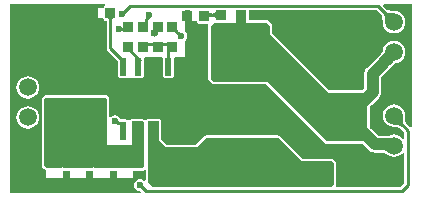
<source format=gtl>
G04*
G04 #@! TF.GenerationSoftware,Altium Limited,Altium Designer,20.0.7 (75)*
G04*
G04 Layer_Physical_Order=1*
G04 Layer_Color=255*
%FSLAX44Y44*%
%MOMM*%
G71*
G01*
G75*
%ADD12C,0.2540*%
G04:AMPARAMS|DCode=16|XSize=0.9mm|YSize=0.8mm|CornerRadius=0.06mm|HoleSize=0mm|Usage=FLASHONLY|Rotation=90.000|XOffset=0mm|YOffset=0mm|HoleType=Round|Shape=RoundedRectangle|*
%AMROUNDEDRECTD16*
21,1,0.9000,0.6800,0,0,90.0*
21,1,0.7800,0.8000,0,0,90.0*
1,1,0.1200,0.3400,0.3900*
1,1,0.1200,0.3400,-0.3900*
1,1,0.1200,-0.3400,-0.3900*
1,1,0.1200,-0.3400,0.3900*
%
%ADD16ROUNDEDRECTD16*%
%ADD17R,4.1000X4.1000*%
%ADD18R,2.5000X1.7000*%
G04:AMPARAMS|DCode=19|XSize=0.95mm|YSize=1.4mm|CornerRadius=0.0712mm|HoleSize=0mm|Usage=FLASHONLY|Rotation=90.000|XOffset=0mm|YOffset=0mm|HoleType=Round|Shape=RoundedRectangle|*
%AMROUNDEDRECTD19*
21,1,0.9500,1.2575,0,0,90.0*
21,1,0.8075,1.4000,0,0,90.0*
1,1,0.1425,0.6288,0.4037*
1,1,0.1425,0.6288,-0.4037*
1,1,0.1425,-0.6288,-0.4037*
1,1,0.1425,-0.6288,0.4037*
%
%ADD19ROUNDEDRECTD19*%
%ADD20R,3.2000X2.4000*%
G04:AMPARAMS|DCode=21|XSize=0.5334mm|YSize=1.5mm|CornerRadius=0.0667mm|HoleSize=0mm|Usage=FLASHONLY|Rotation=0.000|XOffset=0mm|YOffset=0mm|HoleType=Round|Shape=RoundedRectangle|*
%AMROUNDEDRECTD21*
21,1,0.5334,1.3667,0,0,0.0*
21,1,0.4001,1.5000,0,0,0.0*
1,1,0.1333,0.2000,-0.6833*
1,1,0.1333,-0.2000,-0.6833*
1,1,0.1333,-0.2000,0.6833*
1,1,0.1333,0.2000,0.6833*
%
%ADD21ROUNDEDRECTD21*%
G04:AMPARAMS|DCode=22|XSize=0.8mm|YSize=0.9mm|CornerRadius=0.06mm|HoleSize=0mm|Usage=FLASHONLY|Rotation=180.000|XOffset=0mm|YOffset=0mm|HoleType=Round|Shape=RoundedRectangle|*
%AMROUNDEDRECTD22*
21,1,0.8000,0.7800,0,0,180.0*
21,1,0.6800,0.9000,0,0,180.0*
1,1,0.1200,-0.3400,0.3900*
1,1,0.1200,0.3400,0.3900*
1,1,0.1200,0.3400,-0.3900*
1,1,0.1200,-0.3400,-0.3900*
%
%ADD22ROUNDEDRECTD22*%
G04:AMPARAMS|DCode=23|XSize=0.9mm|YSize=0.8mm|CornerRadius=0.06mm|HoleSize=0mm|Usage=FLASHONLY|Rotation=0.000|XOffset=0mm|YOffset=0mm|HoleType=Round|Shape=RoundedRectangle|*
%AMROUNDEDRECTD23*
21,1,0.9000,0.6800,0,0,0.0*
21,1,0.7800,0.8000,0,0,0.0*
1,1,0.1200,0.3900,-0.3400*
1,1,0.1200,-0.3900,-0.3400*
1,1,0.1200,-0.3900,0.3400*
1,1,0.1200,0.3900,0.3400*
%
%ADD23ROUNDEDRECTD23*%
%ADD37C,1.0000*%
%ADD38C,0.8000*%
%ADD39C,3.0000*%
%ADD40R,3.0000X3.0000*%
%ADD41C,1.5000*%
%ADD42R,1.5000X1.5000*%
%ADD43C,0.6000*%
G36*
X173014Y148460D02*
X172988Y148701D01*
X172911Y148917D01*
X172783Y149108D01*
X172603Y149273D01*
X172371Y149412D01*
X172089Y149527D01*
X171754Y149616D01*
X171369Y149679D01*
X170932Y149717D01*
X170444Y149730D01*
Y152270D01*
X170932Y152283D01*
X171369Y152321D01*
X171754Y152384D01*
X172089Y152473D01*
X172371Y152587D01*
X172603Y152727D01*
X172783Y152892D01*
X172911Y153083D01*
X172988Y153299D01*
X173014Y153540D01*
Y148460D01*
D02*
G37*
G36*
X167512Y153299D02*
X167589Y153083D01*
X167717Y152892D01*
X167897Y152727D01*
X168129Y152587D01*
X168411Y152473D01*
X168745Y152384D01*
X169131Y152321D01*
X169568Y152283D01*
X170056Y152270D01*
Y149730D01*
X169568Y149717D01*
X169131Y149679D01*
X168745Y149616D01*
X168411Y149527D01*
X168129Y149412D01*
X167897Y149273D01*
X167717Y149108D01*
X167589Y148917D01*
X167512Y148701D01*
X167486Y148460D01*
Y153540D01*
X167512Y153299D01*
D02*
G37*
G36*
X86299Y147988D02*
X86083Y147911D01*
X85892Y147783D01*
X85727Y147603D01*
X85588Y147371D01*
X85473Y147089D01*
X85384Y146755D01*
X85321Y146369D01*
X85283Y145932D01*
X85270Y145444D01*
X82730D01*
X82717Y145932D01*
X82679Y146369D01*
X82616Y146755D01*
X82527Y147089D01*
X82413Y147371D01*
X82273Y147603D01*
X82108Y147783D01*
X81917Y147911D01*
X81701Y147988D01*
X81460Y148014D01*
X86540D01*
X86299Y147988D01*
D02*
G37*
G36*
X316899Y153953D02*
X317383Y153638D01*
X317941Y153362D01*
X318573Y153123D01*
X319280Y152923D01*
X320060Y152762D01*
X320915Y152639D01*
X322848Y152508D01*
X323925Y152500D01*
X316500Y145075D01*
X316492Y146152D01*
X316361Y148085D01*
X316238Y148940D01*
X316077Y149720D01*
X315877Y150427D01*
X315638Y151059D01*
X315362Y151617D01*
X315047Y152101D01*
X314693Y152511D01*
X316489Y154307D01*
X316899Y153953D01*
D02*
G37*
G36*
X198540Y147444D02*
X198565Y147164D01*
X198836D01*
X198772Y147058D01*
X198715Y146794D01*
X198665Y146373D01*
X198652Y146169D01*
X198660Y146079D01*
X198860Y144874D01*
X198960Y144500D01*
X216500D01*
X219000Y142000D01*
X219000Y134500D01*
X268500Y85000D01*
X298000Y85000D01*
X301500Y81500D01*
Y79406D01*
X303964Y76892D01*
X303020Y75871D01*
X302175Y74795D01*
X301500Y73770D01*
X301500Y55813D01*
X301725Y55413D01*
X302481Y54287D01*
X303328Y53217D01*
X304267Y52204D01*
X301500Y49084D01*
Y46500D01*
X299000Y44000D01*
X267000Y44000D01*
X216500Y94500D01*
X171500D01*
X169000Y97000D01*
X169000Y142000D01*
X171500Y144500D01*
X190040D01*
X190140Y144874D01*
X190235Y145446D01*
X190164Y147164D01*
X190435D01*
X190460Y147444D01*
X190500Y148969D01*
X198500D01*
X198540Y147444D01*
D02*
G37*
G36*
X339000Y56511D02*
X337730Y55985D01*
X334235Y59480D01*
X334232Y59484D01*
X334061Y59749D01*
X333895Y60095D01*
X333743Y60527D01*
X333614Y61050D01*
X333514Y61665D01*
X333452Y62341D01*
X333444Y64057D01*
X333507Y65027D01*
X333493Y65130D01*
X333582Y65799D01*
X333255Y68279D01*
X332298Y70590D01*
X330775Y72575D01*
X328791Y74097D01*
X326480Y75055D01*
X324000Y75381D01*
X321520Y75055D01*
X319209Y74097D01*
X317224Y72575D01*
X315701Y70590D01*
X314744Y68279D01*
X314418Y65799D01*
X314744Y63319D01*
X315701Y61008D01*
X317224Y59024D01*
X319209Y57501D01*
X321520Y56544D01*
X323210Y56321D01*
X323346Y56283D01*
X323749Y56250D01*
X324000Y56217D01*
X324060Y56225D01*
X324425Y56196D01*
X325363Y56090D01*
X327050Y55796D01*
X327706Y55631D01*
X328285Y55446D01*
X328761Y55253D01*
X329134Y55062D01*
X329394Y54891D01*
X332666Y51619D01*
Y46798D01*
X331396Y46367D01*
X330775Y47175D01*
X328791Y48698D01*
X326480Y49655D01*
X324000Y49982D01*
X321520Y49655D01*
X319209Y48698D01*
X318843Y48417D01*
X310968D01*
X305357Y54028D01*
X304877Y54545D01*
X304129Y55490D01*
X303539Y56369D01*
X303539Y73159D01*
X303832Y73603D01*
X304573Y74548D01*
X305067Y75082D01*
X310992Y81008D01*
X312115Y82470D01*
X312820Y84173D01*
X313060Y86000D01*
Y98476D01*
X323022Y108437D01*
X324433Y109806D01*
X324794Y110123D01*
X326480Y110345D01*
X328791Y111303D01*
X330776Y112825D01*
X332299Y114810D01*
X333256Y117121D01*
X333582Y119601D01*
X333256Y122081D01*
X332299Y124392D01*
X330776Y126376D01*
X328791Y127899D01*
X326480Y128856D01*
X324000Y129183D01*
X321520Y128856D01*
X319209Y127899D01*
X317225Y126376D01*
X315702Y124392D01*
X314745Y122081D01*
X314485Y120107D01*
X312659Y118045D01*
X301008Y106393D01*
X299886Y104931D01*
X299180Y103228D01*
X298940Y101400D01*
Y88925D01*
X297054Y87039D01*
X269345Y87039D01*
X221039Y135345D01*
X221039Y142000D01*
X220884Y142780D01*
X220442Y143442D01*
X220442Y143442D01*
X217942Y145942D01*
X217280Y146384D01*
X216500Y146539D01*
X202135D01*
X201051Y147600D01*
Y154400D01*
X201491Y154936D01*
X309349D01*
X313415Y150870D01*
X313588Y150604D01*
X313766Y150245D01*
X313938Y149789D01*
X314094Y149236D01*
X314228Y148588D01*
X314332Y147870D01*
X314454Y146076D01*
X314459Y145314D01*
X314418Y145000D01*
X314744Y142520D01*
X315702Y140209D01*
X317225Y138224D01*
X319209Y136702D01*
X321520Y135744D01*
X324000Y135418D01*
X326480Y135744D01*
X328791Y136702D01*
X330775Y138224D01*
X332298Y140209D01*
X333255Y142520D01*
X333582Y145000D01*
X333255Y147480D01*
X332298Y149791D01*
X330775Y151775D01*
X328791Y153298D01*
X326480Y154255D01*
X324000Y154582D01*
X323686Y154541D01*
X322924Y154546D01*
X321130Y154668D01*
X320412Y154771D01*
X319764Y154906D01*
X319212Y155062D01*
X318755Y155234D01*
X318395Y155412D01*
X318130Y155585D01*
X314888Y158827D01*
X315374Y160000D01*
X339000D01*
Y56511D01*
D02*
G37*
G36*
X324067Y112101D02*
X323978Y112069D01*
X323833Y111973D01*
X323629Y111814D01*
X323049Y111305D01*
X320593Y108922D01*
X313343Y115814D01*
X313945Y116421D01*
X316474Y119277D01*
X316504Y119384D01*
X324067Y112101D01*
D02*
G37*
G36*
X92702Y60433D02*
X92332Y57635D01*
X92324Y57696D01*
X92281Y57752D01*
X92204Y57800D01*
X92093Y57843D01*
X91947Y57879D01*
X91768Y57908D01*
X91554Y57931D01*
X91023Y57957D01*
X90706Y57960D01*
Y60500D01*
X92702Y60433D01*
D02*
G37*
G36*
X331404Y64119D02*
X331413Y62243D01*
X331489Y61407D01*
X331614Y60641D01*
X331787Y59943D01*
X332008Y59313D01*
X332277Y58752D01*
X332595Y58260D01*
X332960Y57836D01*
X331026Y56178D01*
X330634Y56516D01*
X330162Y56827D01*
X329610Y57109D01*
X328979Y57365D01*
X328267Y57592D01*
X327475Y57792D01*
X325652Y58109D01*
X324621Y58226D01*
X323510Y58315D01*
X331472Y65160D01*
X331404Y64119D01*
D02*
G37*
G36*
X319357Y46290D02*
X318018Y35876D01*
X317904Y35967D01*
X317708Y36049D01*
X317430Y36121D01*
X317070Y36184D01*
X316628Y36237D01*
X314807Y36337D01*
X313183Y36357D01*
X314943Y46357D01*
X319357Y46290D01*
D02*
G37*
G36*
X80000Y81000D02*
X81000Y80000D01*
X81000Y42000D01*
X82000Y41000D01*
X101000Y41000D01*
X102000Y42000D01*
X102000Y61000D01*
X111102Y61000D01*
X112000Y60102D01*
X112000Y22000D01*
X111000Y21000D01*
X103500D01*
Y22000D01*
X89500D01*
Y21000D01*
X83500D01*
Y22000D01*
X69500D01*
Y21000D01*
X63500D01*
Y22000D01*
X49500D01*
Y21000D01*
X43500D01*
Y22000D01*
X29500D01*
Y22000D01*
X29251Y21955D01*
X28000Y23017D01*
Y80000D01*
X29000Y81000D01*
X80000Y81000D01*
D02*
G37*
G36*
X79378Y159461D02*
X79407Y158730D01*
X78726Y158274D01*
X78151Y157415D01*
X78068Y157000D01*
X73000D01*
Y148000D01*
X78068D01*
X78151Y147585D01*
X78726Y146726D01*
X79585Y146151D01*
X80600Y145949D01*
X80666D01*
Y122784D01*
X80920Y121508D01*
X81643Y120426D01*
X90232Y111837D01*
Y100167D01*
X90438Y99126D01*
X91028Y98244D01*
X91910Y97655D01*
X92951Y97448D01*
X96951D01*
X97992Y97655D01*
X98450Y97961D01*
X104152D01*
X104610Y97655D01*
X105651Y97448D01*
X109651D01*
X110692Y97655D01*
X111574Y98244D01*
X112163Y99126D01*
X112370Y100167D01*
Y113833D01*
X113441Y114961D01*
X127261D01*
X128332Y113833D01*
Y100167D01*
X128539Y99126D01*
X129128Y98244D01*
X130010Y97655D01*
X131051Y97448D01*
X135051D01*
X136092Y97655D01*
X136974Y98244D01*
X137563Y99126D01*
X137770Y100167D01*
Y113833D01*
X138841Y114961D01*
X145250D01*
X146030Y115116D01*
X146692Y115558D01*
X147134Y116220D01*
X147289Y117000D01*
Y129184D01*
X147604Y129395D01*
X148709Y131049D01*
X149097Y133000D01*
X148709Y134951D01*
X147604Y136604D01*
X147289Y136815D01*
Y154936D01*
X151411D01*
X152500Y154500D01*
Y145500D01*
X157568D01*
X157651Y145085D01*
X158225Y144226D01*
X159086Y143651D01*
X160100Y143449D01*
X166053D01*
X166229Y143338D01*
X167005Y142223D01*
X166961Y142000D01*
X166961Y97000D01*
X167116Y96220D01*
X167558Y95558D01*
X170058Y93058D01*
X170058Y93058D01*
X170720Y92616D01*
X171500Y92461D01*
X215655D01*
X265558Y42558D01*
X266220Y42116D01*
X267000Y41961D01*
X297454Y41961D01*
X303051Y36364D01*
X304513Y35242D01*
X306216Y34537D01*
X308043Y34296D01*
X314787D01*
X316450Y34204D01*
X316774Y34165D01*
X316815Y34158D01*
X317225Y33624D01*
X319209Y32102D01*
X321520Y31144D01*
X324000Y30818D01*
X326480Y31144D01*
X328791Y32102D01*
X330775Y33624D01*
X331396Y34433D01*
X332666Y34002D01*
Y8381D01*
X329349Y5064D01*
X275639D01*
X274934Y6143D01*
X274907Y6334D01*
X275039Y7000D01*
X275039Y26000D01*
X275039Y26000D01*
X274884Y26780D01*
X274442Y27442D01*
X274442Y27442D01*
X273442Y28442D01*
X272780Y28884D01*
X272000Y29039D01*
X246845D01*
X227442Y48442D01*
X226780Y48884D01*
X226000Y49039D01*
X165000D01*
X164220Y48884D01*
X163558Y48442D01*
X156155Y41039D01*
X131845D01*
X127039Y45845D01*
X127039Y61000D01*
X126884Y61780D01*
X126442Y62442D01*
X125780Y62884D01*
X125000Y63039D01*
X116000D01*
X115220Y62884D01*
X114558Y62442D01*
X114451Y62281D01*
X114388Y62235D01*
X113083Y62036D01*
X112905Y62080D01*
X112544Y62442D01*
X111882Y62884D01*
X111102Y63039D01*
X102000Y63039D01*
X101220Y62884D01*
X100558Y62442D01*
X100250Y61982D01*
X99167Y61762D01*
X98874Y61756D01*
X97992Y62345D01*
X96951Y62552D01*
X93613D01*
X93554Y62564D01*
X92787D01*
X92710Y62951D01*
X91605Y64605D01*
X89951Y65710D01*
X88000Y66098D01*
X86049Y65710D01*
X84395Y64605D01*
X84309Y64476D01*
X83039Y64861D01*
Y80000D01*
X82884Y80780D01*
X82718Y81030D01*
X82442Y81442D01*
X82442Y81442D01*
X81442Y82442D01*
X81442Y82442D01*
X80780Y82884D01*
X80000Y83039D01*
X29000Y83039D01*
X29000Y83039D01*
X28220Y82884D01*
X27558Y82442D01*
X27558Y82442D01*
X26558Y81442D01*
X26116Y80780D01*
X25961Y80000D01*
Y23017D01*
X25977Y22935D01*
X25968Y22851D01*
X26054Y22547D01*
X26116Y22237D01*
X26163Y22167D01*
X26186Y22086D01*
X26382Y21838D01*
X26558Y21575D01*
X26628Y21529D01*
X26680Y21463D01*
X27932Y20400D01*
X28019Y20352D01*
X28089Y20279D01*
X28365Y20159D01*
X28627Y20014D01*
X28727Y20002D01*
X28819Y19962D01*
X29119Y19957D01*
X29417Y19922D01*
X29500Y19860D01*
Y13000D01*
X43500D01*
Y18961D01*
X49500D01*
Y13000D01*
X63500D01*
Y18961D01*
X69500D01*
Y13000D01*
X83500D01*
Y18961D01*
X89500D01*
Y13000D01*
X103500D01*
Y18961D01*
X111000D01*
X111780Y19116D01*
X112442Y19558D01*
X112691Y19807D01*
X113961Y19281D01*
Y10861D01*
X112691Y10476D01*
X112605Y10605D01*
X110951Y11710D01*
X109000Y12098D01*
X107049Y11710D01*
X105395Y10605D01*
X104290Y8951D01*
X103902Y7000D01*
X104290Y5049D01*
X105395Y3395D01*
X107049Y2290D01*
X109000Y1902D01*
X109180Y1938D01*
X109208Y1929D01*
X110098Y1141D01*
X109626Y0D01*
X-1000D01*
Y160000D01*
X79196D01*
X79378Y159461D01*
D02*
G37*
G36*
X125000Y45000D02*
X131000Y39000D01*
X157000D01*
X165000Y47000D01*
X226000D01*
X246000Y27000D01*
X272000D01*
X273000Y26000D01*
X273000Y7000D01*
X271064Y5064D01*
X119936D01*
X116000Y9000D01*
Y61000D01*
X125000D01*
X125000Y45000D01*
D02*
G37*
G36*
X112009Y6738D02*
X112040Y6507D01*
X112093Y6278D01*
X112169Y6050D01*
X112267Y5822D01*
X112388Y5596D01*
X112530Y5371D01*
X112696Y5148D01*
X112883Y4925D01*
X113093Y4703D01*
X111297Y2907D01*
X111075Y3117D01*
X110852Y3304D01*
X110629Y3470D01*
X110404Y3612D01*
X110178Y3733D01*
X109951Y3831D01*
X109722Y3907D01*
X109493Y3960D01*
X109262Y3991D01*
X109030Y4000D01*
X112000Y6970D01*
X112009Y6738D01*
D02*
G37*
%LPC*%
G36*
X14000Y99182D02*
X11520Y98855D01*
X9209Y97898D01*
X7225Y96375D01*
X5702Y94391D01*
X4744Y92080D01*
X4418Y89600D01*
X4744Y87120D01*
X5702Y84809D01*
X7225Y82824D01*
X9209Y81302D01*
X11520Y80344D01*
X14000Y80018D01*
X16480Y80344D01*
X18791Y81302D01*
X20775Y82824D01*
X22298Y84809D01*
X23256Y87120D01*
X23582Y89600D01*
X23256Y92080D01*
X22298Y94391D01*
X20775Y96375D01*
X18791Y97898D01*
X16480Y98855D01*
X14000Y99182D01*
D02*
G37*
G36*
X14000Y73783D02*
X11520Y73456D01*
X9209Y72499D01*
X7225Y70976D01*
X5702Y68992D01*
X4745Y66681D01*
X4418Y64201D01*
X4745Y61721D01*
X5702Y59410D01*
X7225Y57425D01*
X9209Y55903D01*
X11520Y54945D01*
X14000Y54619D01*
X16480Y54945D01*
X18791Y55903D01*
X20776Y57425D01*
X22299Y59410D01*
X23256Y61721D01*
X23582Y64201D01*
X23256Y66681D01*
X22299Y68992D01*
X20776Y70976D01*
X18791Y72499D01*
X16480Y73456D01*
X14000Y73783D01*
D02*
G37*
%LPD*%
D12*
X114270Y1730D02*
X330730D01*
X324000Y65000D02*
X336000Y53000D01*
Y7000D02*
Y53000D01*
X324000Y65000D02*
Y65799D01*
X330730Y1730D02*
X336000Y7000D01*
X109000Y7000D02*
X114270Y1730D01*
X310730Y158270D02*
X324000Y145000D01*
X111500Y141000D02*
X114230Y143730D01*
X116500Y149794D02*
Y150730D01*
X114230Y143730D02*
Y147524D01*
X116500Y149794D01*
X94000Y152000D02*
X100270Y158270D01*
X310730D01*
X94000Y152000D02*
X94000D01*
X164500Y151000D02*
X177500D01*
X163500Y150000D02*
X164500Y151000D01*
X97000Y139000D02*
X99000Y141000D01*
X91000Y139000D02*
X97000D01*
X125500Y32500D02*
X193000D01*
X94951Y53000D02*
Y57833D01*
X93554Y59230D02*
X94951Y57833D01*
X90706Y59230D02*
X93554D01*
X88936Y61000D02*
X90706Y59230D01*
X88000Y61000D02*
X88936D01*
X136500Y141000D02*
X139230Y138270D01*
X140782Y135614D02*
X143396Y133000D01*
X139230Y137102D02*
Y138270D01*
X124000Y126500D02*
X133000D01*
X133025Y126475D01*
Y107025D02*
Y126475D01*
X139230Y137102D02*
X140718Y135614D01*
X143396Y133000D02*
X144000D01*
X140718Y135614D02*
X140782D01*
X122162Y135000D02*
Y139162D01*
X121000Y135000D02*
X122162D01*
X121000Y134000D02*
Y135000D01*
X122162Y139162D02*
X124000Y141000D01*
X84000Y122784D02*
Y152500D01*
X94951Y107000D02*
Y111833D01*
X84000Y122784D02*
X94951Y111833D01*
X107651Y111151D02*
X109000Y112500D01*
X107651Y107000D02*
Y111151D01*
X99000Y122500D02*
X109000Y112500D01*
X99000Y122500D02*
Y126500D01*
X111500Y126500D02*
X124000D01*
X133025Y107025D02*
X133051Y107000D01*
X119351Y38649D02*
X125500Y32500D01*
D16*
X111500Y141000D02*
D03*
Y124000D02*
D03*
X124000Y141000D02*
D03*
Y124000D02*
D03*
X136500Y141000D02*
D03*
Y124000D02*
D03*
X99000Y141000D02*
D03*
Y124000D02*
D03*
D17*
X193000Y120500D02*
D03*
Y25500D02*
D03*
D18*
X259000Y17500D02*
D03*
X299000D02*
D03*
D19*
X36500Y8250D02*
D03*
Y26750D02*
D03*
X56500Y8250D02*
D03*
Y26750D02*
D03*
X76500Y8250D02*
D03*
Y26750D02*
D03*
X96500Y8250D02*
D03*
Y26750D02*
D03*
D20*
X114000Y80000D02*
D03*
D21*
X133051Y107000D02*
D03*
X120351D02*
D03*
X107651D02*
D03*
X94951D02*
D03*
Y53000D02*
D03*
X133051D02*
D03*
X120351D02*
D03*
X107651D02*
D03*
D22*
X69000Y152500D02*
D03*
X84000D02*
D03*
X163500Y150000D02*
D03*
X148500D02*
D03*
D23*
X177500Y151000D02*
D03*
X194500D02*
D03*
D37*
X284200Y64200D02*
X306000Y86000D01*
X284000Y64000D02*
X284200Y64200D01*
X323043Y41357D02*
X323443D01*
X308043D02*
X323043D01*
X284200Y64200D02*
X284800D01*
X284000D02*
X284200D01*
X306000Y86000D02*
Y101400D01*
X324000Y119401D01*
X285200Y64200D02*
X308043Y41357D01*
X323043D02*
X324000Y40400D01*
D38*
X194500Y120000D02*
Y151000D01*
X194000Y119500D02*
X194500Y120000D01*
D39*
X284000Y64200D02*
D03*
X46500D02*
D03*
D40*
X284000Y115000D02*
D03*
X46500D02*
D03*
D41*
X324000Y40400D02*
D03*
X324000Y65799D02*
D03*
X324000Y119601D02*
D03*
X324000Y145000D02*
D03*
X14000Y89600D02*
D03*
X14000Y64201D02*
D03*
D42*
X324000Y15000D02*
D03*
X324000Y94201D02*
D03*
X14000Y115000D02*
D03*
D43*
X309890Y124140D02*
D03*
X299890Y144140D02*
D03*
X279890D02*
D03*
Y24140D02*
D03*
X259890Y144140D02*
D03*
X249890Y124140D02*
D03*
X259890Y104140D02*
D03*
X249890Y44140D02*
D03*
X239890Y144140D02*
D03*
X219890Y64140D02*
D03*
X199890D02*
D03*
X179890D02*
D03*
X159889D02*
D03*
X139889D02*
D03*
X89889Y84140D02*
D03*
X59889Y144140D02*
D03*
X39890D02*
D03*
X19890D02*
D03*
X9890Y4140D02*
D03*
X109000Y7000D02*
D03*
X116500Y150730D02*
D03*
X94000Y152000D02*
D03*
X91000Y139000D02*
D03*
X88000Y61000D02*
D03*
X239890Y24141D02*
D03*
Y10141D02*
D03*
X236390Y31141D02*
D03*
X232890Y24141D02*
D03*
X236390Y17141D02*
D03*
X232890Y10141D02*
D03*
X225890Y38141D02*
D03*
X229390Y31141D02*
D03*
X225890Y24141D02*
D03*
X229390Y17141D02*
D03*
X225890Y10141D02*
D03*
X218890Y38141D02*
D03*
X222390Y31141D02*
D03*
X218890Y24141D02*
D03*
X222390Y17141D02*
D03*
X218890Y10141D02*
D03*
X162890Y38141D02*
D03*
X166390Y31141D02*
D03*
X162890Y24141D02*
D03*
X166390Y17141D02*
D03*
X162890Y10141D02*
D03*
X159390Y31141D02*
D03*
X155890Y24141D02*
D03*
X159390Y17141D02*
D03*
X155890Y10141D02*
D03*
X152390Y31141D02*
D03*
X148890Y24141D02*
D03*
X152390Y17141D02*
D03*
X148890Y10141D02*
D03*
X145390Y31141D02*
D03*
X141890Y24141D02*
D03*
X145390Y17141D02*
D03*
X141890Y10141D02*
D03*
X138390Y31141D02*
D03*
X134890Y24141D02*
D03*
X138390Y17141D02*
D03*
X134890Y10141D02*
D03*
X131390Y31141D02*
D03*
X127890Y24141D02*
D03*
X131390Y17141D02*
D03*
X127890Y10141D02*
D03*
X120890Y38141D02*
D03*
X124390Y31141D02*
D03*
X120890Y24141D02*
D03*
X124390Y17141D02*
D03*
X120890Y10141D02*
D03*
X267890Y80141D02*
D03*
Y52141D02*
D03*
X260891Y80141D02*
D03*
X264391Y73141D02*
D03*
X260891Y66141D02*
D03*
X264391Y59141D02*
D03*
X253890Y94141D02*
D03*
X257390Y87141D02*
D03*
X253890Y80141D02*
D03*
X257390Y73141D02*
D03*
X253890Y66141D02*
D03*
X257390Y59141D02*
D03*
X246890Y94141D02*
D03*
X250390Y87141D02*
D03*
X246890Y80141D02*
D03*
X250390Y73141D02*
D03*
X239890Y108141D02*
D03*
X243390Y101141D02*
D03*
X239890Y94141D02*
D03*
X243390Y87141D02*
D03*
X239890Y80141D02*
D03*
X243390Y73141D02*
D03*
X232890Y108141D02*
D03*
X236390Y101141D02*
D03*
X232890Y94141D02*
D03*
X236390Y87141D02*
D03*
X225890Y122141D02*
D03*
X229390Y115141D02*
D03*
X225890Y108141D02*
D03*
X229390Y101141D02*
D03*
X225890Y94141D02*
D03*
X229390Y87141D02*
D03*
X218890Y122141D02*
D03*
X222390Y115141D02*
D03*
X144000Y133000D02*
D03*
X121250Y135500D02*
D03*
M02*

</source>
